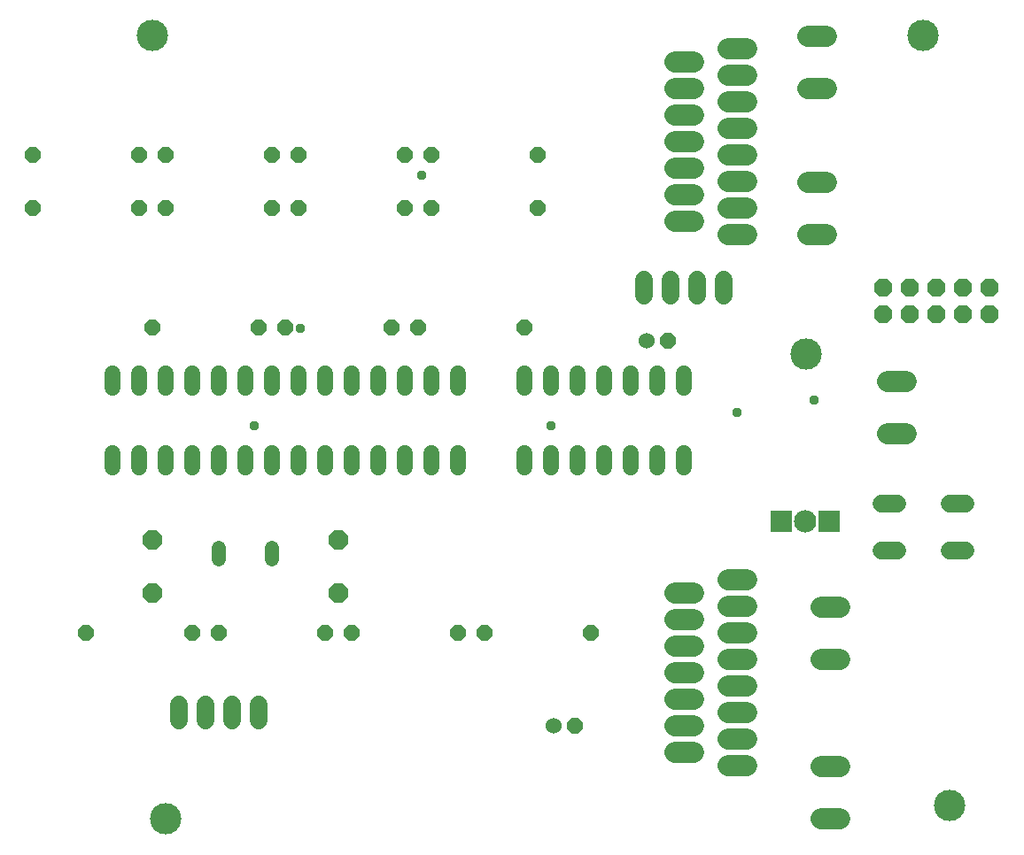
<source format=gbr>
G04 EAGLE Gerber RS-274X export*
G75*
%MOMM*%
%FSLAX34Y34*%
%LPD*%
%INSoldermask Bottom*%
%IPPOS*%
%AMOC8*
5,1,8,0,0,1.08239X$1,22.5*%
G01*
%ADD10C,1.993900*%
%ADD11P,1.951982X8X112.500000*%
%ADD12P,1.649562X8X22.500000*%
%ADD13C,1.524000*%
%ADD14C,1.524000*%
%ADD15C,2.003200*%
%ADD16C,1.727200*%
%ADD17C,1.320800*%
%ADD18P,1.649562X8X202.500000*%
%ADD19C,1.711200*%
%ADD20P,1.869504X8X202.500000*%
%ADD21R,2.133600X2.133600*%
%ADD22C,2.133600*%
%ADD23C,3.003200*%
%ADD24C,0.959600*%


D10*
X1438847Y571100D02*
X1456754Y571100D01*
X1456754Y521100D02*
X1438847Y521100D01*
D11*
X736600Y368300D03*
X736600Y419100D03*
X914400Y368300D03*
X914400Y419100D03*
D12*
X1140460Y241300D03*
D13*
X1120140Y241300D03*
D12*
X1229360Y609600D03*
D13*
X1209040Y609600D03*
D14*
X698500Y501904D02*
X698500Y488696D01*
X723900Y488696D02*
X723900Y501904D01*
X749300Y501904D02*
X749300Y488696D01*
X774700Y488696D02*
X774700Y501904D01*
X800100Y501904D02*
X800100Y488696D01*
X825500Y488696D02*
X825500Y501904D01*
X850900Y501904D02*
X850900Y488696D01*
X876300Y488696D02*
X876300Y501904D01*
X901700Y501904D02*
X901700Y488696D01*
X927100Y488696D02*
X927100Y501904D01*
X952500Y501904D02*
X952500Y488696D01*
X977900Y488696D02*
X977900Y501904D01*
X1003300Y501904D02*
X1003300Y488696D01*
X1028700Y488696D02*
X1028700Y501904D01*
X1028700Y564896D02*
X1028700Y578104D01*
X1003300Y578104D02*
X1003300Y564896D01*
X977900Y564896D02*
X977900Y578104D01*
X952500Y578104D02*
X952500Y564896D01*
X927100Y564896D02*
X927100Y578104D01*
X901700Y578104D02*
X901700Y564896D01*
X876300Y564896D02*
X876300Y578104D01*
X850900Y578104D02*
X850900Y564896D01*
X825500Y564896D02*
X825500Y578104D01*
X800100Y578104D02*
X800100Y564896D01*
X774700Y564896D02*
X774700Y578104D01*
X749300Y578104D02*
X749300Y564896D01*
X723900Y564896D02*
X723900Y578104D01*
X698500Y578104D02*
X698500Y564896D01*
D15*
X1235600Y800100D02*
X1253600Y800100D01*
X1286400Y812800D02*
X1304400Y812800D01*
X1253600Y825500D02*
X1235600Y825500D01*
X1286400Y838200D02*
X1304400Y838200D01*
X1253600Y850900D02*
X1235600Y850900D01*
X1286400Y863600D02*
X1304400Y863600D01*
X1304400Y787400D02*
X1286400Y787400D01*
X1253600Y774700D02*
X1235600Y774700D01*
X1286400Y762000D02*
X1304400Y762000D01*
X1253600Y749300D02*
X1235600Y749300D01*
X1286400Y736600D02*
X1304400Y736600D01*
X1253600Y876300D02*
X1235600Y876300D01*
X1286400Y889000D02*
X1304400Y889000D01*
X1253600Y723900D02*
X1235600Y723900D01*
X1286400Y711200D02*
X1304400Y711200D01*
X1253600Y292100D02*
X1235600Y292100D01*
X1286400Y304800D02*
X1304400Y304800D01*
X1253600Y317500D02*
X1235600Y317500D01*
X1286400Y330200D02*
X1304400Y330200D01*
X1253600Y342900D02*
X1235600Y342900D01*
X1286400Y355600D02*
X1304400Y355600D01*
X1304400Y279400D02*
X1286400Y279400D01*
X1253600Y266700D02*
X1235600Y266700D01*
X1286400Y254000D02*
X1304400Y254000D01*
X1253600Y241300D02*
X1235600Y241300D01*
X1286400Y228600D02*
X1304400Y228600D01*
X1253600Y368300D02*
X1235600Y368300D01*
X1286400Y381000D02*
X1304400Y381000D01*
X1253600Y215900D02*
X1235600Y215900D01*
X1286400Y203200D02*
X1304400Y203200D01*
D16*
X1206500Y652780D02*
X1206500Y668020D01*
X1231900Y668020D02*
X1231900Y652780D01*
X1257300Y652780D02*
X1257300Y668020D01*
X1282700Y668020D02*
X1282700Y652780D01*
D17*
X850900Y411988D02*
X850900Y400812D01*
X800100Y400812D02*
X800100Y411988D01*
D12*
X990600Y622300D03*
X1092200Y622300D03*
X749300Y736600D03*
X850900Y736600D03*
X622300Y736600D03*
X723900Y736600D03*
X1003300Y787400D03*
X1104900Y787400D03*
X876300Y787400D03*
X977900Y787400D03*
X749300Y787400D03*
X850900Y787400D03*
X622300Y787400D03*
X723900Y787400D03*
X863600Y622300D03*
X965200Y622300D03*
X736600Y622300D03*
X838200Y622300D03*
D18*
X774700Y330200D03*
X673100Y330200D03*
X901700Y330200D03*
X800100Y330200D03*
X1028700Y330200D03*
X927100Y330200D03*
X1155700Y330200D03*
X1054100Y330200D03*
D12*
X1003300Y736600D03*
X1104900Y736600D03*
X876300Y736600D03*
X977900Y736600D03*
D19*
X1433160Y454300D02*
X1448240Y454300D01*
X1498160Y454300D02*
X1513240Y454300D01*
X1448240Y409300D02*
X1433160Y409300D01*
X1498160Y409300D02*
X1513240Y409300D01*
D20*
X1536700Y660400D03*
X1511300Y660400D03*
X1485900Y660400D03*
X1460500Y660400D03*
X1435100Y660400D03*
X1536700Y635000D03*
X1511300Y635000D03*
X1485900Y635000D03*
X1460500Y635000D03*
X1435100Y635000D03*
D21*
X1337310Y436880D03*
D22*
X1360170Y436880D03*
D21*
X1383030Y436880D03*
D23*
X1361440Y596900D03*
D14*
X1092200Y501904D02*
X1092200Y488696D01*
X1117600Y488696D02*
X1117600Y501904D01*
X1244600Y501904D02*
X1244600Y488696D01*
X1244600Y564896D02*
X1244600Y578104D01*
X1143000Y501904D02*
X1143000Y488696D01*
X1168400Y488696D02*
X1168400Y501904D01*
X1219200Y501904D02*
X1219200Y488696D01*
X1193800Y488696D02*
X1193800Y501904D01*
X1219200Y564896D02*
X1219200Y578104D01*
X1193800Y578104D02*
X1193800Y564896D01*
X1168400Y564896D02*
X1168400Y578104D01*
X1143000Y578104D02*
X1143000Y564896D01*
X1117600Y564896D02*
X1117600Y578104D01*
X1092200Y578104D02*
X1092200Y564896D01*
D10*
X1362647Y761600D02*
X1380554Y761600D01*
X1380554Y711600D02*
X1362647Y711600D01*
X1375347Y202800D02*
X1393254Y202800D01*
X1393254Y152800D02*
X1375347Y152800D01*
X1375347Y355200D02*
X1393254Y355200D01*
X1393254Y305200D02*
X1375347Y305200D01*
X1380554Y901300D02*
X1362647Y901300D01*
X1362647Y851300D02*
X1380554Y851300D01*
D16*
X762000Y261620D02*
X762000Y246380D01*
X787400Y246380D02*
X787400Y261620D01*
X812800Y261620D02*
X812800Y246380D01*
X838200Y246380D02*
X838200Y261620D01*
D23*
X736600Y901700D03*
X749300Y152400D03*
X1473200Y901700D03*
X1498600Y165100D03*
D24*
X833628Y528828D03*
X993648Y768096D03*
X1295400Y541020D03*
X1117092Y528828D03*
X877824Y621792D03*
X1368552Y553212D03*
M02*

</source>
